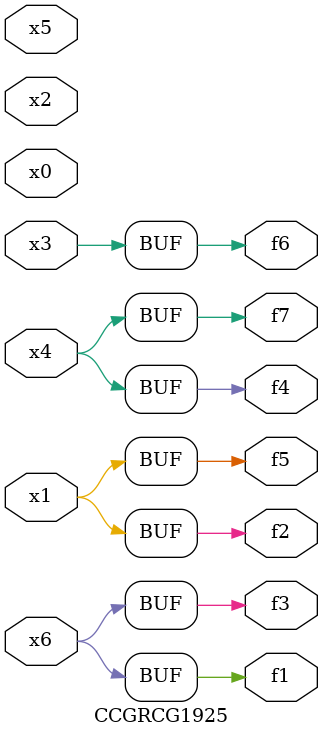
<source format=v>
module CCGRCG1925(
	input x0, x1, x2, x3, x4, x5, x6,
	output f1, f2, f3, f4, f5, f6, f7
);
	assign f1 = x6;
	assign f2 = x1;
	assign f3 = x6;
	assign f4 = x4;
	assign f5 = x1;
	assign f6 = x3;
	assign f7 = x4;
endmodule

</source>
